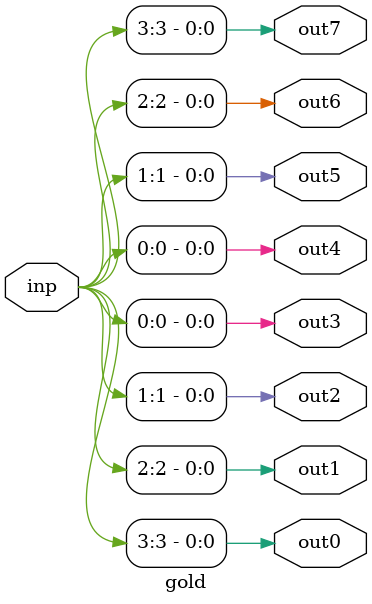
<source format=v>
module Example(inp);
	input wire [3:0] inp;
	wire [3:0] fwd0 = inp;
	wire [4:1] fwd1 = inp;
	wire [5:2] fwd2 = inp;
	wire [6:3] fwd3 = inp;
	wire [0:3] rev0 = inp;
	wire [1:4] rev1 = inp;
	wire [2:5] rev2 = inp;
	wire [3:6] rev3 = inp;
endmodule

module gate(
	input wire [3:0] inp,
	output wire out0, out1, out2, out3, out4, out5, out6, out7
);
	Example m(inp);
	assign out0 = m.fwd0[3];
	assign out1 = m.fwd1[3];
	assign out2 = m.fwd2[3];
	assign out3 = m.fwd3[3];
	assign out4 = m.rev0[3];
	assign out5 = m.rev1[3];
	assign out6 = m.rev2[3];
	assign out7 = m.rev3[3];
endmodule

module gold(
	input wire [3:0] inp,
	output wire out0, out1, out2, out3, out4, out5, out6, out7
);
	assign out0 = inp[3];
	assign out1 = inp[2];
	assign out2 = inp[1];
	assign out3 = inp[0];
	assign out4 = inp[0];
	assign out5 = inp[1];
	assign out6 = inp[2];
	assign out7 = inp[3];
endmodule

</source>
